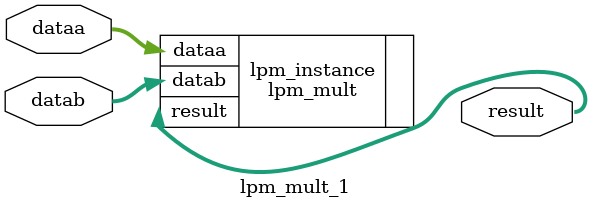
<source format=v>



module lpm_mult_1(dataa,datab,result);
input [15:0] dataa;
input [15:0] datab;
output [15:0] result;

lpm_mult	lpm_instance(.dataa(dataa),.datab(datab),.result(result));
	defparam	lpm_instance.LPM_WIDTHA = 16;
	defparam	lpm_instance.LPM_WIDTHB = 16;
	defparam	lpm_instance.LPM_WIDTHP = 16;
	defparam	lpm_instance.LPM_WIDTHS = 16;

endmodule

</source>
